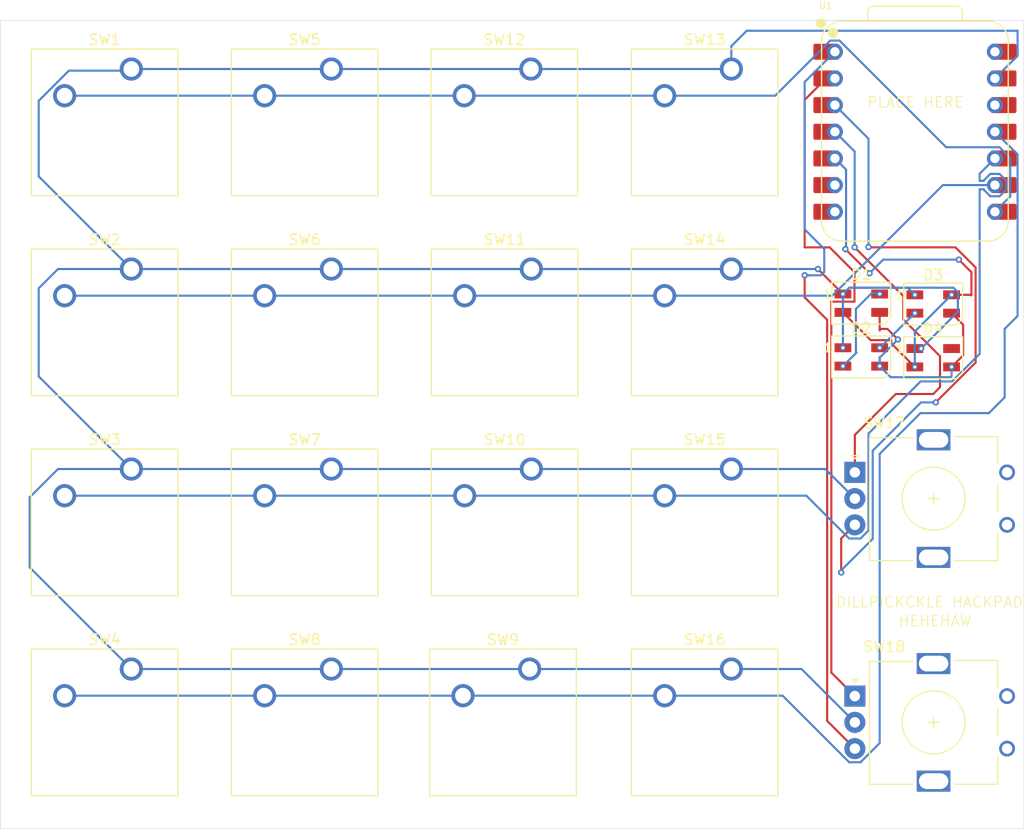
<source format=kicad_pcb>
(kicad_pcb (version 20241229) (generator "pcbnew") (generator_version "9.0")
  (layers (0 "F.Cu" signal) (2 "B.Cu" signal) (13 "F.Paste" user) (15 "B.Paste" user) (5 "F.SilkS" user "F.Silkscreen") (7 "B.SilkS" user "B.Silkscreen") (1 "F.Mask" user) (3 "B.Mask" user) (25 "Edge.Cuts" user))
  (net 0 "")
  (net 1 "Net-(D1-DOUT)")
  (net 2 "+5V")
  (net 3 "GND")
  (net 4 "Net-(D1-DIN)")
  (net 5 "Net-(D2-DOUT)")
  (net 7 "Net-(U1-GPIO1{slash}RX)")
  (net 8 "Net-(U1-GPIO2{slash}SCK)")
  (net 9 "Net-(U1-GPIO4{slash}MISO)")
  (net 10 "Net-(U1-GPIO3{slash}MOSI)")
  (net 12 "Net-(U1-GPIO26{slash}ADC0{slash}A0)")
  (net 15 "Net-(U1-GPIO28{slash}ADC2{slash}A2)")
  (net 16 "Net-(U1-GPIO29{slash}ADC3{slash}A3)")
  (net 17 "Net-(U1-GPIO27{slash}ADC1{slash}A1)")
  (footprint "Button_Switch_Keyboard:SW_Cherry_MX_1.00u_PCB" (layer "F.Cu") (at 143.03375 80.645)
    (property "Reference" "SW5" (at -2.54 -2.794 0) (layer "F.SilkS"))
    (property "Value" "SW_Push")
    (pad "" np_thru_hole circle (at -7.62 5.08) (size 1.7 1.7) (drill 1.7) (layers "*.Cu" "*.Mask"))
    (pad "" np_thru_hole circle (at -2.54 5.08) (size 4 4) (drill 4) (layers "*.Cu" "*.Mask"))
    (pad "" np_thru_hole circle (at 2.54 5.08) (size 1.7 1.7) (drill 1.7) (layers "*.Cu" "*.Mask"))
    (pad "1" thru_hole circle (at 0 0) (size 2.2 2.2) (drill 1.5) (layers "*.Cu" "*.Mask") (net 3 "GND"))
    (pad "2" thru_hole circle (at -6.35 2.54) (size 2.2 2.2) (drill 1.5) (layers "*.Cu" "*.Mask") (net 7 "Net-(U1-GPIO1{slash}RX)"))
  )
  (footprint "Button_Switch_Keyboard:SW_Cherry_MX_1.00u_PCB" (layer "F.Cu") (at 181.13375 80.645)
    (property "Reference" "SW13" (at -2.54 -2.794 0) (layer "F.SilkS"))
    (property "Value" "SW_Push")
    (pad "" np_thru_hole circle (at -7.62 5.08) (size 1.7 1.7) (drill 1.7) (layers "*.Cu" "*.Mask"))
    (pad "" np_thru_hole circle (at -2.54 5.08) (size 4 4) (drill 4) (layers "*.Cu" "*.Mask"))
    (pad "" np_thru_hole circle (at 2.54 5.08) (size 1.7 1.7) (drill 1.7) (layers "*.Cu" "*.Mask"))
    (pad "1" thru_hole circle (at 0 0) (size 2.2 2.2) (drill 1.5) (layers "*.Cu" "*.Mask") (net 3 "GND"))
    (pad "2" thru_hole circle (at -6.35 2.54) (size 2.2 2.2) (drill 1.5) (layers "*.Cu" "*.Mask") (net 7 "Net-(U1-GPIO1{slash}RX)"))
  )
  (footprint "Button_Switch_Keyboard:SW_Cherry_MX_1.00u_PCB" (layer "F.Cu") (at 181.13375 137.795)
    (property "Reference" "SW16" (at -2.54 -2.794 0) (layer "F.SilkS"))
    (property "Value" "SW_Push")
    (pad "" np_thru_hole circle (at -7.62 5.08) (size 1.7 1.7) (drill 1.7) (layers "*.Cu" "*.Mask"))
    (pad "" np_thru_hole circle (at -2.54 5.08) (size 4 4) (drill 4) (layers "*.Cu" "*.Mask"))
    (pad "" np_thru_hole circle (at 2.54 5.08) (size 1.7 1.7) (drill 1.7) (layers "*.Cu" "*.Mask"))
    (pad "1" thru_hole circle (at 0 0) (size 2.2 2.2) (drill 1.5) (layers "*.Cu" "*.Mask") (net 3 "GND"))
    (pad "2" thru_hole circle (at -6.35 2.54) (size 2.2 2.2) (drill 1.5) (layers "*.Cu" "*.Mask") (net 10 "Net-(U1-GPIO3{slash}MOSI)"))
  )
  (footprint "LED_SMD:LED_SK6812MINI_PLCC4_3.5x3.5mm_P1.75mm" (layer "F.Cu") (at 200.3625 103.025)
    (property "Reference" "D3" (at 0 -2.75 0) (layer "F.SilkS"))
    (property "Value" "SK6812")
    (fp_text user "1" (at -3.2 -0.875 0) (layer "F.SilkS") (effects (font (size 0.8 0.8))))
    (pad "1" smd rect (at -1.75 -0.875) (size 1.6 0.85) (layers "F.Cu" "F.Mask" "F.Paste") (net 3 "GND"))
    (pad "2" smd rect (at -1.75 0.875) (size 1.6 0.85) (layers "F.Cu" "F.Mask" "F.Paste") (net 5 "Net-(D2-DOUT)"))
    (pad "3" smd rect (at 1.75 0.875) (size 1.6 0.85) (layers "F.Cu" "F.Mask" "F.Paste") (net 2 "+5V"))
    (pad "4" smd rect (at 1.75 -0.875) (size 1.6 0.85) (layers "F.Cu" "F.Mask" "F.Paste") (net 4 "Net-(D1-DIN)"))
  )
  (footprint "Button_Switch_Keyboard:SW_Cherry_MX_1.00u_PCB" (layer "F.Cu") (at 181.13375 99.695)
    (property "Reference" "SW14" (at -2.54 -2.794 0) (layer "F.SilkS"))
    (property "Value" "SW_Push")
    (pad "" np_thru_hole circle (at -7.62 5.08) (size 1.7 1.7) (drill 1.7) (layers "*.Cu" "*.Mask"))
    (pad "" np_thru_hole circle (at -2.54 5.08) (size 4 4) (drill 4) (layers "*.Cu" "*.Mask"))
    (pad "" np_thru_hole circle (at 2.54 5.08) (size 1.7 1.7) (drill 1.7) (layers "*.Cu" "*.Mask"))
    (pad "1" thru_hole circle (at 0 0) (size 2.2 2.2) (drill 1.5) (layers "*.Cu" "*.Mask") (net 3 "GND"))
    (pad "2" thru_hole circle (at -6.35 2.54) (size 2.2 2.2) (drill 1.5) (layers "*.Cu" "*.Mask") (net 8 "Net-(U1-GPIO2{slash}SCK)"))
  )
  (footprint "Button_Switch_Keyboard:SW_Cherry_MX_1.00u_PCB" (layer "F.Cu") (at 143.03375 137.795)
    (property "Reference" "SW8" (at -2.54 -2.794 0) (layer "F.SilkS"))
    (property "Value" "SW_Push")
    (pad "" np_thru_hole circle (at -7.62 5.08) (size 1.7 1.7) (drill 1.7) (layers "*.Cu" "*.Mask"))
    (pad "" np_thru_hole circle (at -2.54 5.08) (size 4 4) (drill 4) (layers "*.Cu" "*.Mask"))
    (pad "" np_thru_hole circle (at 2.54 5.08) (size 1.7 1.7) (drill 1.7) (layers "*.Cu" "*.Mask"))
    (pad "1" thru_hole circle (at 0 0) (size 2.2 2.2) (drill 1.5) (layers "*.Cu" "*.Mask") (net 3 "GND"))
    (pad "2" thru_hole circle (at -6.35 2.54) (size 2.2 2.2) (drill 1.5) (layers "*.Cu" "*.Mask") (net 10 "Net-(U1-GPIO3{slash}MOSI)"))
  )
  (footprint "LED_SMD:LED_SK6812MINI_PLCC4_3.5x3.5mm_P1.75mm" (layer "F.Cu") (at 200.3625 108.145)
    (property "Reference" "D4" (at 0 -2.75 0) (layer "F.SilkS"))
    (property "Value" "SK6812")
    (fp_text user "1" (at -3.2 -0.875 0) (layer "F.SilkS") (effects (font (size 0.8 0.8))))
    (pad "1" smd rect (at -1.75 -0.875) (size 1.6 0.85) (layers "F.Cu" "F.Mask" "F.Paste") (net 3 "GND"))
    (pad "2" smd rect (at -1.75 0.875) (size 1.6 0.85) (layers "F.Cu" "F.Mask" "F.Paste") (net 4 "Net-(D1-DIN)"))
    (pad "3" smd rect (at 1.75 0.875) (size 1.6 0.85) (layers "F.Cu" "F.Mask" "F.Paste") (net 2 "+5V"))
    (pad "4" smd rect (at 1.75 -0.875) (size 1.6 0.85) (layers "F.Cu" "F.Mask" "F.Paste"))
  )
  (footprint "Button_Switch_Keyboard:SW_Cherry_MX_1.00u_PCB" (layer "F.Cu") (at 123.98375 99.695)
    (property "Reference" "SW2" (at -2.54 -2.794 0) (layer "F.SilkS"))
    (property "Value" "SW_Push")
    (pad "" np_thru_hole circle (at -7.62 5.08) (size 1.7 1.7) (drill 1.7) (layers "*.Cu" "*.Mask"))
    (pad "" np_thru_hole circle (at -2.54 5.08) (size 4 4) (drill 4) (layers "*.Cu" "*.Mask"))
    (pad "" np_thru_hole circle (at 2.54 5.08) (size 1.7 1.7) (drill 1.7) (layers "*.Cu" "*.Mask"))
    (pad "1" thru_hole circle (at 0 0) (size 2.2 2.2) (drill 1.5) (layers "*.Cu" "*.Mask") (net 3 "GND"))
    (pad "2" thru_hole circle (at -6.35 2.54) (size 2.2 2.2) (drill 1.5) (layers "*.Cu" "*.Mask") (net 8 "Net-(U1-GPIO2{slash}SCK)"))
  )
  (footprint "Rotary_Encoder:RotaryEncoder_Alps_EC11E_Vertical_H20mm" (layer "F.Cu") (at 192.9 140.375)
    (property "Reference" "SW18" (at 2.8 -4.7 0) (layer "F.SilkS"))
    (property "Value" "RotaryEncoder")
    (pad "" thru_hole circle (at 14.5 0) (size 1.5 1.5) (drill 1) (layers "*.Cu" "*.Mask"))
    (pad "" thru_hole circle (at 14.5 5) (size 1.5 1.5) (drill 1) (layers "*.Cu" "*.Mask"))
    (pad "A" thru_hole rect (at 0 0) (size 2 2) (drill 1) (layers "*.Cu" "*.Mask") (net 17 "Net-(U1-GPIO27{slash}ADC1{slash}A1)"))
    (pad "B" thru_hole circle (at 0 5) (size 2 2) (drill 1) (layers "*.Cu" "*.Mask") (net 12 "Net-(U1-GPIO26{slash}ADC0{slash}A0)"))
    (pad "C" thru_hole circle (at 0 2.5) (size 2 2) (drill 1) (layers "*.Cu" "*.Mask") (net 3 "GND"))
    (pad "MP" thru_hole rect (at 7.5 -3.1) (size 3.2 2) (drill oval 2.8 1.5) (layers "*.Cu" "*.Mask"))
    (pad "MP" thru_hole rect (at 7.5 8.1) (size 3.2 2) (drill oval 2.8 1.5) (layers "*.Cu" "*.Mask"))
  )
  (footprint "Button_Switch_Keyboard:SW_Cherry_MX_1.00u_PCB" (layer "F.Cu") (at 162.04 80.645)
    (property "Reference" "SW12" (at -2.54 -2.794 0) (layer "F.SilkS"))
    (property "Value" "SW_Push")
    (pad "" np_thru_hole circle (at -7.62 5.08) (size 1.7 1.7) (drill 1.7) (layers "*.Cu" "*.Mask"))
    (pad "" np_thru_hole circle (at -2.54 5.08) (size 4 4) (drill 4) (layers "*.Cu" "*.Mask"))
    (pad "" np_thru_hole circle (at 2.54 5.08) (size 1.7 1.7) (drill 1.7) (layers "*.Cu" "*.Mask"))
    (pad "1" thru_hole circle (at 0 0) (size 2.2 2.2) (drill 1.5) (layers "*.Cu" "*.Mask") (net 3 "GND"))
    (pad "2" thru_hole circle (at -6.35 2.54) (size 2.2 2.2) (drill 1.5) (layers "*.Cu" "*.Mask") (net 7 "Net-(U1-GPIO1{slash}RX)"))
  )
  (footprint "Rotary_Encoder:RotaryEncoder_Alps_EC11E_Vertical_H20mm" (layer "F.Cu") (at 192.9 119.0625)
    (property "Reference" "SW17" (at 2.8 -4.7 0) (layer "F.SilkS"))
    (property "Value" "RotaryEncoder")
    (pad "" thru_hole circle (at 14.5 0) (size 1.5 1.5) (drill 1) (layers "*.Cu" "*.Mask"))
    (pad "" thru_hole circle (at 14.5 5) (size 1.5 1.5) (drill 1) (layers "*.Cu" "*.Mask"))
    (pad "A" thru_hole rect (at 0 0) (size 2 2) (drill 1) (layers "*.Cu" "*.Mask") (net 16 "Net-(U1-GPIO29{slash}ADC3{slash}A3)"))
    (pad "B" thru_hole circle (at 0 5) (size 2 2) (drill 1) (layers "*.Cu" "*.Mask") (net 15 "Net-(U1-GPIO28{slash}ADC2{slash}A2)"))
    (pad "C" thru_hole circle (at 0 2.5) (size 2 2) (drill 1) (layers "*.Cu" "*.Mask") (net 3 "GND"))
    (pad "MP" thru_hole rect (at 7.5 -3.1) (size 3.2 2) (drill oval 2.8 1.5) (layers "*.Cu" "*.Mask"))
    (pad "MP" thru_hole rect (at 7.5 8.1) (size 3.2 2) (drill oval 2.8 1.5) (layers "*.Cu" "*.Mask"))
  )
  (footprint "Button_Switch_Keyboard:SW_Cherry_MX_1.00u_PCB" (layer "F.Cu") (at 162.08375 99.695)
    (property "Reference" "SW11" (at -2.54 -2.794 0) (layer "F.SilkS"))
    (property "Value" "SW_Push")
    (pad "" np_thru_hole circle (at -7.62 5.08) (size 1.7 1.7) (drill 1.7) (layers "*.Cu" "*.Mask"))
    (pad "" np_thru_hole circle (at -2.54 5.08) (size 4 4) (drill 4) (layers "*.Cu" "*.Mask"))
    (pad "" np_thru_hole circle (at 2.54 5.08) (size 1.7 1.7) (drill 1.7) (layers "*.Cu" "*.Mask"))
    (pad "1" thru_hole circle (at 0 0) (size 2.2 2.2) (drill 1.5) (layers "*.Cu" "*.Mask") (net 3 "GND"))
    (pad "2" thru_hole circle (at -6.35 2.54) (size 2.2 2.2) (drill 1.5) (layers "*.Cu" "*.Mask") (net 8 "Net-(U1-GPIO2{slash}SCK)"))
  )
  (footprint "Button_Switch_Keyboard:SW_Cherry_MX_1.00u_PCB" (layer "F.Cu") (at 123.98375 80.645)
    (property "Reference" "SW1" (at -2.54 -2.794 0) (layer "F.SilkS"))
    (property "Value" "SW_Push")
    (pad "" np_thru_hole circle (at -7.62 5.08) (size 1.7 1.7) (drill 1.7) (layers "*.Cu" "*.Mask"))
    (pad "" np_thru_hole circle (at -2.54 5.08) (size 4 4) (drill 4) (layers "*.Cu" "*.Mask"))
    (pad "" np_thru_hole circle (at 2.54 5.08) (size 1.7 1.7) (drill 1.7) (layers "*.Cu" "*.Mask"))
    (pad "1" thru_hole circle (at 0 0) (size 2.2 2.2) (drill 1.5) (layers "*.Cu" "*.Mask") (net 3 "GND"))
    (pad "2" thru_hole circle (at -6.35 2.54) (size 2.2 2.2) (drill 1.5) (layers "*.Cu" "*.Mask") (net 7 "Net-(U1-GPIO1{slash}RX)"))
  )
  (footprint "Button_Switch_Keyboard:SW_Cherry_MX_1.00u_PCB" (layer "F.Cu") (at 123.98375 137.795)
    (property "Reference" "SW4" (at -2.54 -2.794 0) (layer "F.SilkS"))
    (property "Value" "SW_Push")
    (pad "" np_thru_hole circle (at -7.62 5.08) (size 1.7 1.7) (drill 1.7) (layers "*.Cu" "*.Mask"))
    (pad "" np_thru_hole circle (at -2.54 5.08) (size 4 4) (drill 4) (layers "*.Cu" "*.Mask"))
    (pad "" np_thru_hole circle (at 2.54 5.08) (size 1.7 1.7) (drill 1.7) (layers "*.Cu" "*.Mask"))
    (pad "1" thru_hole circle (at 0 0) (size 2.2 2.2) (drill 1.5) (layers "*.Cu" "*.Mask") (net 3 "GND"))
    (pad "2" thru_hole circle (at -6.35 2.54) (size 2.2 2.2) (drill 1.5) (layers "*.Cu" "*.Mask") (net 10 "Net-(U1-GPIO3{slash}MOSI)"))
  )
  (footprint "OPL lib:XIAO-RP2040-DIP" (layer "F.Cu") (at 198.62 86.62)
    (property "Reference" "U1" (at -8.5 -12 0) (layer "F.SilkS") (effects (font (size 0.635 0.635) (thickness 0.1016))))
    (property "Value" "XIAO-RP2040-DIP")
    (pad "1" smd roundrect (at -8.455 -7.62 180) (size 2.432 1.524) (layers "F.Cu" "F.Mask") (roundrect_rratio 0.1) (net 12 "Net-(U1-GPIO26{slash}ADC0{slash}A0)"))
    (pad "1" thru_hole circle (at -7.62 -7.62 180) (size 1.524 1.524) (drill 0.889) (layers "*.Cu" "*.Mask") (net 12 "Net-(U1-GPIO26{slash}ADC0{slash}A0)"))
    (pad "2" smd roundrect (at -8.455 -5.08 180) (size 2.432 1.524) (layers "F.Cu" "F.Mask") (roundrect_rratio 0.1) (net 17 "Net-(U1-GPIO27{slash}ADC1{slash}A1)"))
    (pad "2" thru_hole circle (at -7.62 -5.08 180) (size 1.524 1.524) (drill 0.889) (layers "*.Cu" "*.Mask") (net 17 "Net-(U1-GPIO27{slash}ADC1{slash}A1)"))
    (pad "3" smd roundrect (at -8.455 -2.54 180) (size 2.432 1.524) (layers "F.Cu" "F.Mask") (roundrect_rratio 0.1) (net 15 "Net-(U1-GPIO28{slash}ADC2{slash}A2)"))
    (pad "3" thru_hole circle (at -7.62 -2.54 180) (size 1.524 1.524) (drill 0.889) (layers "*.Cu" "*.Mask") (net 15 "Net-(U1-GPIO28{slash}ADC2{slash}A2)"))
    (pad "4" smd roundrect (at -8.455 0 180) (size 2.432 1.524) (layers "F.Cu" "F.Mask") (roundrect_rratio 0.1) (net 16 "Net-(U1-GPIO29{slash}ADC3{slash}A3)"))
    (pad "4" thru_hole circle (at -7.62 0 180) (size 1.524 1.524) (drill 0.889) (layers "*.Cu" "*.Mask") (net 16 "Net-(U1-GPIO29{slash}ADC3{slash}A3)"))
    (pad "5" smd roundrect (at -8.455 2.54 180) (size 2.432 1.524) (layers "F.Cu" "F.Mask") (roundrect_rratio 0.1) (net 4 "Net-(D1-DIN)"))
    (pad "5" thru_hole circle (at -7.62 2.54 180) (size 1.524 1.524) (drill 0.889) (layers "*.Cu" "*.Mask") (net 4 "Net-(D1-DIN)"))
    (pad "6" smd roundrect (at -8.455 5.08 180) (size 2.432 1.524) (layers "F.Cu" "F.Mask") (roundrect_rratio 0.1))
    (pad "6" thru_hole circle (at -7.62 5.08 180) (size 1.524 1.524) (drill 0.889) (layers "*.Cu" "*.Mask"))
    (pad "7" smd roundrect (at -8.455 7.62 180) (size 2.432 1.524) (layers "F.Cu" "F.Mask") (roundrect_rratio 0.1))
    (pad "7" thru_hole circle (at -7.62 7.62 180) (size 1.524 1.524) (drill 0.889) (layers "*.Cu" "*.Mask"))
    (pad "8" thru_hole circle (at 7.62 7.62) (size 1.524 1.524) (drill 0.889) (layers "*.Cu" "*.Mask") (net 7 "Net-(U1-GPIO1{slash}RX)"))
    (pad "8" smd roundrect (at 8.455 7.62) (size 2.432 1.524) (layers "F.Cu" "F.Mask") (roundrect_rratio 0.1) (net 7 "Net-(U1-GPIO1{slash}RX)"))
    (pad "9" thru_hole circle (at 7.62 5.08) (size 1.524 1.524) (drill 0.889) (layers "*.Cu" "*.Mask") (net 8 "Net-(U1-GPIO2{slash}SCK)"))
    (pad "9" smd roundrect (at 8.455 5.08) (size 2.432 1.524) (layers "F.Cu" "F.Mask") (roundrect_rratio 0.1) (net 8 "Net-(U1-GPIO2{slash}SCK)"))
    (pad "10" thru_hole circle (at 7.62 2.54) (size 1.524 1.524) (drill 0.889) (layers "*.Cu" "*.Mask") (net 9 "Net-(U1-GPIO4{slash}MISO)"))
    (pad "10" smd roundrect (at 8.455 2.54) (size 2.432 1.524) (layers "F.Cu" "F.Mask") (roundrect_rratio 0.1) (net 9 "Net-(U1-GPIO4{slash}MISO)"))
    (pad "11" thru_hole circle (at 7.62 0) (size 1.524 1.524) (drill 0.889) (layers "*.Cu" "*.Mask") (net 10 "Net-(U1-GPIO3{slash}MOSI)"))
    (pad "11" smd roundrect (at 8.455 0) (size 2.432 1.524) (layers "F.Cu" "F.Mask") (roundrect_rratio 0.1) (net 10 "Net-(U1-GPIO3{slash}MOSI)"))
    (pad "12" thru_hole circle (at 7.62 -2.54) (size 1.524 1.524) (drill 0.889) (layers "*.Cu" "*.Mask"))
    (pad "12" smd roundrect (at 8.455 -2.54) (size 2.432 1.524) (layers "F.Cu" "F.Mask") (roundrect_rratio 0.1))
    (pad "13" thru_hole circle (at 7.62 -5.08) (size 1.524 1.524) (drill 0.889) (layers "*.Cu" "*.Mask") (net 3 "GND"))
    (pad "13" smd roundrect (at 8.455 -5.08) (size 2.432 1.524) (layers "F.Cu" "F.Mask") (roundrect_rratio 0.1) (net 3 "GND"))
    (pad "14" thru_hole circle (at 7.62 -7.62) (size 1.524 1.524) (drill 0.889) (layers "*.Cu" "*.Mask"))
    (pad "14" smd roundrect (at 8.455 -7.62) (size 2.432 1.524) (layers "F.Cu" "F.Mask") (roundrect_rratio 0.1))
  )
  (footprint "LED_SMD:LED_SK6812MINI_PLCC4_3.5x3.5mm_P1.75mm" (layer "F.Cu") (at 193.5125 108.07)
    (property "Reference" "D2" (at 0 -2.75 0) (layer "F.SilkS"))
    (property "Value" "SK6812")
    (fp_text user "1" (at -3.2 -0.875 0) (layer "F.SilkS") (effects (font (size 0.8 0.8))))
    (pad "1" smd rect (at -1.75 -0.875) (size 1.6 0.85) (layers "F.Cu" "F.Mask" "F.Paste") (net 3 "GND"))
    (pad "2" smd rect (at -1.75 0.875) (size 1.6 0.85) (layers "F.Cu" "F.Mask" "F.Paste") (net 1 "Net-(D1-DOUT)"))
    (pad "3" smd rect (at 1.75 0.875) (size 1.6 0.85) (layers "F.Cu" "F.Mask" "F.Paste") (net 2 "+5V"))
    (pad "4" smd rect (at 1.75 -0.875) (size 1.6 0.85) (layers "F.Cu" "F.Mask" "F.Paste") (net 5 "Net-(D2-DOUT)"))
  )
  (footprint "Button_Switch_Keyboard:SW_Cherry_MX_1.00u_PCB" (layer "F.Cu") (at 143.03375 118.745)
    (property "Reference" "SW7" (at -2.54 -2.794 0) (layer "F.SilkS"))
    (property "Value" "SW_Push")
    (pad "" np_thru_hole circle (at -7.62 5.08) (size 1.7 1.7) (drill 1.7) (layers "*.Cu" "*.Mask"))
    (pad "" np_thru_hole circle (at -2.54 5.08) (size 4 4) (drill 4) (layers "*.Cu" "*.Mask"))
    (pad "" np_thru_hole circle (at 2.54 5.08) (size 1.7 1.7) (drill 1.7) (layers "*.Cu" "*.Mask"))
    (pad "1" thru_hole circle (at 0 0) (size 2.2 2.2) (drill 1.5) (layers "*.Cu" "*.Mask") (net 3 "GND"))
    (pad "2" thru_hole circle (at -6.35 2.54) (size 2.2 2.2) (drill 1.5) (layers "*.Cu" "*.Mask") (net 9 "Net-(U1-GPIO4{slash}MISO)"))
  )
  (footprint "Button_Switch_Keyboard:SW_Cherry_MX_1.00u_PCB" (layer "F.Cu") (at 143.03375 99.695)
    (property "Reference" "SW6" (at -2.54 -2.794 0) (layer "F.SilkS"))
    (property "Value" "SW_Push")
    (pad "" np_thru_hole circle (at -7.62 5.08) (size 1.7 1.7) (drill 1.7) (layers "*.Cu" "*.Mask"))
    (pad "" np_thru_hole circle (at -2.54 5.08) (size 4 4) (drill 4) (layers "*.Cu" "*.Mask"))
    (pad "" np_thru_hole circle (at 2.54 5.08) (size 1.7 1.7) (drill 1.7) (layers "*.Cu" "*.Mask"))
    (pad "1" thru_hole circle (at 0 0) (size 2.2 2.2) (drill 1.5) (layers "*.Cu" "*.Mask") (net 3 "GND"))
    (pad "2" thru_hole circle (at -6.35 2.54) (size 2.2 2.2) (drill 1.5) (layers "*.Cu" "*.Mask") (net 8 "Net-(U1-GPIO2{slash}SCK)"))
  )
  (footprint "Button_Switch_Keyboard:SW_Cherry_MX_1.00u_PCB" (layer "F.Cu") (at 181.13375 118.745)
    (property "Reference" "SW15" (at -2.54 -2.794 0) (layer "F.SilkS"))
    (property "Value" "SW_Push")
    (pad "" np_thru_hole circle (at -7.62 5.08) (size 1.7 1.7) (drill 1.7) (layers "*.Cu" "*.Mask"))
    (pad "" np_thru_hole circle (at -2.54 5.08) (size 4 4) (drill 4) (layers "*.Cu" "*.Mask"))
    (pad "" np_thru_hole circle (at 2.54 5.08) (size 1.7 1.7) (drill 1.7) (layers "*.Cu" "*.Mask"))
    (pad "1" thru_hole circle (at 0 0) (size 2.2 2.2) (drill 1.5) (layers "*.Cu" "*.Mask") (net 3 "GND"))
    (pad "2" thru_hole circle (at -6.35 2.54) (size 2.2 2.2) (drill 1.5) (layers "*.Cu" "*.Mask") (net 9 "Net-(U1-GPIO4{slash}MISO)"))
  )
  (footprint "Button_Switch_Keyboard:SW_Cherry_MX_1.00u_PCB" (layer "F.Cu") (at 162.08375 118.745)
    (property "Reference" "SW10" (at -2.54 -2.794 0) (layer "F.SilkS"))
    (property "Value" "SW_Push")
    (pad "" np_thru_hole circle (at -7.62 5.08) (size 1.7 1.7) (drill 1.7) (layers "*.Cu" "*.Mask"))
    (pad "" np_thru_hole circle (at -2.54 5.08) (size 4 4) (drill 4) (layers "*.Cu" "*.Mask"))
    (pad "" np_thru_hole circle (at 2.54 5.08) (size 1.7 1.7) (drill 1.7) (layers "*.Cu" "*.Mask"))
    (pad "1" thru_hole circle (at 0 0) (size 2.2 2.2) (drill 1.5) (layers "*.Cu" "*.Mask") (net 3 "GND"))
    (pad "2" thru_hole circle (at -6.35 2.54) (size 2.2 2.2) (drill 1.5) (layers "*.Cu" "*.Mask") (net 9 "Net-(U1-GPIO4{slash}MISO)"))
  )
  (footprint "Button_Switch_Keyboard:SW_Cherry_MX_1.00u_PCB" (layer "F.Cu") (at 123.98375 118.745)
    (property "Reference" "SW3" (at -2.54 -2.794 0) (layer "F.SilkS"))
    (property "Value" "SW_Push")
    (pad "" np_thru_hole circle (at -7.62 5.08) (size 1.7 1.7) (drill 1.7) (layers "*.Cu" "*.Mask"))
    (pad "" np_thru_hole circle (at -2.54 5.08) (size 4 4) (drill 4) (layers "*.Cu" "*.Mask"))
    (pad "" np_thru_hole circle (at 2.54 5.08) (size 1.7 1.7) (drill 1.7) (layers "*.Cu" "*.Mask"))
    (pad "1" thru_hole circle (at 0 0) (size 2.2 2.2) (drill 1.5) (layers "*.Cu" "*.Mask") (net 3 "GND"))
    (pad "2" thru_hole circle (at -6.35 2.54) (size 2.2 2.2) (drill 1.5) (layers "*.Cu" "*.Mask") (net 9 "Net-(U1-GPIO4{slash}MISO)"))
  )
  (footprint "Button_Switch_Keyboard:SW_Cherry_MX_1.00u_PCB" (layer "F.Cu") (at 161.925 137.795)
    (property "Reference" "SW9" (at -2.54 -2.794 0) (layer "F.SilkS"))
    (property "Value" "SW_Push")
    (pad "" np_thru_hole circle (at -7.62 5.08) (size 1.7 1.7) (drill 1.7) (layers "*.Cu" "*.Mask"))
    (pad "" np_thru_hole circle (at -2.54 5.08) (size 4 4) (drill 4) (layers "*.Cu" "*.Mask"))
    (pad "" np_thru_hole circle (at 2.54 5.08) (size 1.7 1.7) (drill 1.7) (layers "*.Cu" "*.Mask"))
    (pad "1" thru_hole circle (at 0 0) (size 2.2 2.2) (drill 1.5) (layers "*.Cu" "*.Mask") (net 3 "GND"))
    (pad "2" thru_hole circle (at -6.35 2.54) (size 2.2 2.2) (drill 1.5) (layers "*.Cu" "*.Mask") (net 10 "Net-(U1-GPIO3{slash}MOSI)"))
  )
  (footprint "LED_SMD:LED_SK6812MINI_PLCC4_3.5x3.5mm_P1.75mm" (layer "F.Cu") (at 193.5125 102.95)
    (property "Reference" "D1" (at 0 -2.75 0) (layer "F.SilkS"))
    (property "Value" "SK6812")
    (fp_text user "1" (at -3.2 -0.875 0) (layer "F.SilkS") (effects (font (size 0.8 0.8))))
    (pad "1" smd rect (at -1.75 -0.875) (size 1.6 0.85) (layers "F.Cu" "F.Mask" "F.Paste") (net 3 "GND"))
    (pad "2" smd rect (at -1.75 0.875) (size 1.6 0.85) (layers "F.Cu" "F.Mask" "F.Paste") (net 4 "Net-(D1-DIN)"))
    (pad "3" smd rect (at 1.75 0.875) (size 1.6 0.85) (layers "F.Cu" "F.Mask" "F.Paste") (net 2 "+5V"))
    (pad "4" smd rect (at 1.75 -0.875) (size 1.6 0.85) (layers "F.Cu" "F.Mask" "F.Paste") (net 1 "Net-(D1-DOUT)"))
  )
  (gr_rect (start 111.5 76) (end 209 153) (stroke (width 0.05)) (fill no) (layer "Edge.Cuts"))
  (gr_text "PLACE HERE" (at 194 84.4 0) (layer "F.SilkS") (effects (font (size 1 1) (thickness 0.1)) (justify left bottom)))
  (gr_text "HEHEHAW" (at 197 133.8 0) (layer "F.SilkS") (effects (font (size 1 1) (thickness 0.1)) (justify left bottom)))
  (gr_text "DILLPICKCKLE HACKPAD" (at 200 132 0) (layer "F.SilkS") (effects (font (size 1 1) (thickness 0.1)) (justify bottom)))
  (via (at 191.7625 108.945) (size 0.6) (drill 0.3) (layers "F.Cu" "B.Cu") (net 1))
  (via (at 195.2625 102.075) (size 0.6) (drill 0.3) (layers "F.Cu" "B.Cu") (net 1))
  (segment (start 195.1875 102) (end 195.2625 102.075) (width 0.2) (layer "B.Cu") (net 1))
  (segment (start 194.5 102) (end 195.1875 102) (width 0.2) (layer "B.Cu") (net 1))
  (segment (start 193 103.5) (end 194.5 102) (width 0.2) (layer "B.Cu") (net 1))
  (segment (start 193.044998 107.644998) (end 193 107.6) (width 0.2) (layer "B.Cu") (net 1))
  (segment (start 193 107.6) (end 193 103.5) (width 0.2) (layer "B.Cu") (net 1))
  (segment (start 193.062502 107.644998) (end 193.044998 107.644998) (width 0.2) (layer "B.Cu") (net 1))
  (segment (start 191.7625 108.945) (end 193.062502 107.644998) (width 0.2) (layer "B.Cu") (net 1))
  (segment (start 195.2625 103.825) (end 195.975 103.825) (width 0.2) (layer "F.Cu") (net 2))
  (segment (start 202.1125 103.9) (end 203.2135 105.001) (width 0.2) (layer "F.Cu") (net 2))
  (segment (start 195.2625 105.5375) (end 195.4 105.4) (width 0.2) (layer "F.Cu") (net 2))
  (segment (start 203.2135 105.001) (end 203.2135 107.919) (width 0.2) (layer "F.Cu") (net 2))
  (segment (start 195.4 105.4) (end 196 105.4) (width 0.2) (layer "F.Cu") (net 2))
  (segment (start 195.2625 103.825) (end 195.2625 105.5375) (width 0.2) (layer "F.Cu") (net 2))
  (segment (start 195.2625 108.945) (end 195.445 108.945) (width 0.2) (layer "F.Cu") (net 2))
  (segment (start 196 105.4) (end 197 106.4) (width 0.2) (layer "F.Cu") (net 2))
  (segment (start 203.2135 107.919) (end 202.1125 109.02) (width 0.2) (layer "F.Cu") (net 2))
  (segment (start 195.445 108.945) (end 195.5 109) (width 0.2) (layer "F.Cu") (net 2))
  (via (at 202.1125 109.02) (size 0.6) (drill 0.3) (layers "F.Cu" "B.Cu") (net 2))
  (via (at 195.2625 108.945) (size 0.6) (drill 0.3) (layers "F.Cu" "B.Cu") (net 2))
  (via (at 197 106.4) (size 0.6) (drill 0.3) (layers "F.Cu" "B.Cu") (net 2))
  (segment (start 196.3175 110) (end 202 110) (width 0.2) (layer "B.Cu") (net 2))
  (segment (start 197 106.4) (end 195.2625 108.1375) (width 0.2) (layer "B.Cu") (net 2))
  (segment (start 195.2625 108.1375) (end 195.2625 108.945) (width 0.2) (layer "B.Cu") (net 2))
  (segment (start 195.2625 108.945) (end 196.3175 110) (width 0.2) (layer "B.Cu") (net 2))
  (segment (start 195.2625 108.08603) (end 195.2625 108.945) (width 0.2) (layer "B.Cu") (net 2))
  (segment (start 202.1125 109.8875) (end 202.1125 109.02) (width 0.2) (layer "B.Cu") (net 2))
  (segment (start 202 110) (end 202.1125 109.8875) (width 0.2) (layer "B.Cu") (net 2))
  (segment (start 189.3825 99.695) (end 190.1 100.4125) (width 0.2) (layer "F.Cu") (net 3))
  (segment (start 190.1 100.4125) (end 191.7625 102.075) (width 0.2) (layer "F.Cu") (net 3))
  (via (at 191.7625 102.075) (size 0.6) (drill 0.3) (layers "F.Cu" "B.Cu") (net 3))
  (via (at 198.6125 102.15) (size 0.6) (drill 0.3) (layers "F.Cu" "B.Cu") (net 3))
  (via (at 199.2125 107.27) (size 0.6) (drill 0.3) (layers "F.Cu" "B.Cu") (net 3))
  (via (at 189.3835 99.695) (size 0.6) (drill 0.3) (layers "F.Cu" "B.Cu") (net 3))
  (via (at 191.7625 107.195) (size 0.6) (drill 0.3) (layers "F.Cu" "B.Cu") (net 3))
  (segment (start 191.7625 102.075) (end 192.3635 101.474) (width 0.2) (layer "B.Cu") (net 3))
  (segment (start 123.98375 99.695) (end 181.13375 99.695) (width 0.2) (layer "B.Cu") (net 3))
  (segment (start 123.98375 80.645) (end 123.98375 80.78375) (width 0.2) (layer "B.Cu") (net 3))
  (segment (start 143.03375 80.645) (end 123.98375 80.645) (width 0.2) (layer "B.Cu") (net 3))
  (segment (start 123.98375 80.78375) (end 124 80.8) (width 0.2) (layer "B.Cu") (net 3))
  (segment (start 202.286443 101.474) (end 202.7135 101.901057) (width 0.2) (layer "B.Cu") (net 3))
  (segment (start 182.6 77) (end 181.13375 78.46625) (width 0.2) (layer "B.Cu") (net 3))
  (segment (start 115.16275 101.531) (end 115.16275 109.924) (width 0.2) (layer "B.Cu") (net 3))
  (segment (start 162.08375 99.695) (end 181.13375 99.695) (width 0.2) (layer "B.Cu") (net 3))
  (segment (start 123.98375 118.745) (end 181.13375 118.745) (width 0.2) (layer "B.Cu") (net 3))
  (segment (start 181.13375 137.795) (end 187.82 137.795) (width 0.2) (layer "B.Cu") (net 3))
  (segment (start 123.98375 99.695) (end 143.03375 99.695) (width 0.2) (layer "B.Cu") (net 3))
  (segment (start 123.98375 99.695) (end 116.99875 99.695) (width 0.2) (layer "B.Cu") (net 3))
  (segment (start 115.16275 90.874) (end 123.98375 99.695) (width 0.2) (layer "B.Cu") (net 3))
  (segment (start 118.037436 80.8) (end 115.16275 83.674686) (width 0.2) (layer "B.Cu") (net 3))
  (segment (start 192.3635 101.474) (end 197.9365 101.474) (width 0.2) (layer "B.Cu") (net 3))
  (segment (start 123.98375 137.795) (end 181.13375 137.795) (width 0.2) (layer "B.Cu") (net 3))
  (segment (start 208.399 79.381) (end 208.399 77) (width 0.2) (layer "B.Cu") (net 3))
  (segment (start 114.3 121.44375) (end 114.3 128.11125) (width 0.2) (layer "B.Cu") (net 3))
  (segment (start 116.99875 99.695) (end 115.16275 101.531) (width 0.2) (layer "B.Cu") (net 3))
  (segment (start 115.16275 83.674686) (end 115.16275 90.874) (width 0.2) (layer "B.Cu") (net 3))
  (segment (start 191.7625 107.195) (end 191.7625 102.075) (width 0.2) (layer "B.Cu") (net 3))
  (segment (start 187.82 137.795) (end 192.9 142.875) (width 0.2) (layer "B.Cu") (net 3))
  (segment (start 115.16275 109.924) (end 123.98375 118.745) (width 0.2) (layer "B.Cu") (net 3))
  (segment (start 190.0825 118.745) (end 192.9 121.5625) (width 0.2) (layer "B.Cu") (net 3))
  (segment (start 181.13375 80.645) (end 162.08375 80.645) (width 0.2) (layer "B.Cu") (net 3))
  (segment (start 143.03375 99.695) (end 162.08375 99.695) (width 0.2) (layer "B.Cu") (net 3))
  (segment (start 192.3635 101.474) (end 202.286443 101.474) (width 0.2) (layer "B.Cu") (net 3))
  (segment (start 114.3 128.11125) (end 123.98375 137.795) (width 0.2) (layer "B.Cu") (net 3))
  (segment (start 116.99875 118.745) (end 114.3 121.44375) (width 0.2) (layer "B.Cu") (net 3))
  (segment (start 202.7135 101.901057) (end 202.7135 103.769) (width 0.2) (layer "B.Cu") (net 3))
  (segment (start 123.98375 118.745) (end 116.99875 118.745) (width 0.2) (layer "B.Cu") (net 3))
  (segment (start 197.9365 101.474) (end 198.6125 102.15) (width 0.2) (layer "B.Cu") (net 3))
  (segment (start 202.7135 103.769) (end 199.2125 107.27) (width 0.2) (layer "B.Cu") (net 3))
  (segment (start 162.08375 80.645) (end 143.03375 80.645) (width 0.2) (layer "B.Cu") (net 3))
  (segment (start 181.13375 78.46625) (end 181.13375 80.244) (width 0.2) (layer "B.Cu") (net 3))
  (segment (start 208.399 77) (end 182.6 77) (width 0.2) (layer "B.Cu") (net 3))
  (segment (start 181.13375 99.695) (end 189.3835 99.695) (width 0.2) (layer "B.Cu") (net 3))
  (segment (start 181.13375 118.745) (end 190.0825 118.745) (width 0.2) (layer "B.Cu") (net 3))
  (segment (start 124 80.8) (end 118.037436 80.8) (width 0.2) (layer "B.Cu") (net 3))
  (segment (start 206.24 81.54) (end 208.399 79.381) (width 0.2) (layer "B.Cu") (net 3))
  (segment (start 204 100) (end 202.8 98.8) (width 0.2) (layer "F.Cu") (net 4))
  (segment (start 196.3635 106.469) (end 194.4065 106.469) (width 0.2) (layer "F.Cu") (net 4))
  (segment (start 203.95 102.15) (end 204 102.2) (width 0.2) (layer "F.Cu") (net 4))
  (segment (start 202.1125 102.15) (end 203.95 102.15) (width 0.2) (layer "F.Cu") (net 4))
  (segment (start 204 102.2) (end 204 100) (width 0.2) (layer "F.Cu") (net 4))
  (segment (start 192 97.8) (end 191.8 97.8) (width 0.2) (layer "F.Cu") (net 4))
  (segment (start 194.3 100.1) (end 192 97.8) (width 0.2) (layer "F.Cu") (net 4))
  (segment (start 191.7625 103.825) (end 194.4065 106.469) (width 0.2) (layer "F.Cu") (net 4))
  (segment (start 196.3635 106.771) (end 196.3635 106.469) (width 0.2) (layer "F.Cu") (net 4))
  (segment (start 198.6125 109.02) (end 196.3635 106.771) (width 0.2) (layer "F.Cu") (net 4))
  (via (at 192 97.8) (size 0.6) (drill 0.3) (layers "F.Cu" "B.Cu") (net 4))
  (via (at 198.6125 109.02) (size 0.6) (drill 0.3) (layers "F.Cu" "B.Cu") (net 4))
  (via (at 194.3 100.1) (size 0.6) (drill 0.3) (layers "F.Cu" "B.Cu") (net 4))
  (via (at 202.8 98.8) (size 0.6) (drill 0.3) (layers "F.Cu" "B.Cu") (net 4))
  (via (at 202.1125 102.15) (size 0.6) (drill 0.3) (layers "F.Cu" "B.Cu") (net 4))
  (segment (start 202.1125 102.15) (end 198.6125 105.65) (width 0.2) (layer "B.Cu") (net 4))
  (segment (start 192 97.8) (end 192.063 97.737) (width 0.2) (layer "B.Cu") (net 4))
  (segment (start 198.6125 109.02) (end 198.6125 105.65) (width 0.2) (layer "B.Cu") (net 4))
  (segment (start 195.6 98.8) (end 194.2 100.2) (width 0.2) (layer "B.Cu") (net 4))
  (segment (start 192.063 90.223) (end 191 89.16) (width 0.2) (layer "B.Cu") (net 4))
  (segment (start 202.8 98.8) (end 195.6 98.8) (width 0.2) (layer "B.Cu") (net 4))
  (segment (start 192.063 97.737) (end 192.063 90.223) (width 0.2) (layer "B.Cu") (net 4))
  (segment (start 195.2625 107.195) (end 195.93897 107.195) (width 0.2) (layer "F.Cu") (net 5))
  (segment (start 198.6 103.9) (end 198.5 104) (width 0.2) (layer "F.Cu") (net 5))
  (segment (start 198.6125 103.9) (end 198.6 103.9) (width 0.2) (layer "F.Cu") (net 5))
  (via (at 195.2625 107.195) (size 0.6) (drill 0.3) (layers "F.Cu" "B.Cu") (net 5))
  (via (at 198.6125 103.9) (size 0.6) (drill 0.3) (layers "F.Cu" "B.Cu") (net 5))
  (segment (start 198.5125 104) (end 198.6125 103.9) (width 0.2) (layer "B.Cu") (net 5))
  (segment (start 195.305 107.195) (end 198.5 104) (width 0.2) (layer "B.Cu") (net 5))
  (segment (start 195.2625 107.195) (end 195.305 107.195) (width 0.2) (layer "B.Cu") (net 5))
  (segment (start 198.5 104) (end 198.5125 104) (width 0.2) (layer "B.Cu") (net 5))
  (segment (start 206.68031 88.097) (end 207.704 89.12069) (width 0.2) (layer "B.Cu") (net 7))
  (segment (start 174.78375 83.185) (end 185.31169 83.185) (width 0.2) (layer "B.Cu") (net 7))
  (segment (start 207.704 89.12069) (end 207.704 92.776) (width 0.2) (layer "B.Cu") (net 7))
  (segment (start 207.704 92.776) (end 206.24 94.24) (width 0.2) (layer "B.Cu") (net 7))
  (segment (start 191.44031 77.937) (end 201.60031 88.097) (width 0.2) (layer "B.Cu") (net 7))
  (segment (start 201.60031 88.097) (end 206.68031 88.097) (width 0.2) (layer "B.Cu") (net 7))
  (segment (start 190.55969 77.937) (end 191.44031 77.937) (width 0.2) (layer "B.Cu") (net 7))
  (segment (start 185.31169 83.185) (end 190.55969 77.937) (width 0.2) (layer "B.Cu") (net 7))
  (segment (start 174.78375 83.185) (end 117.63375 83.185) (width 0.2) (layer "B.Cu") (net 7))
  (segment (start 174.78375 102.235) (end 190.752557 102.235) (width 0.2) (layer "B.Cu") (net 8))
  (segment (start 190.752557 102.235) (end 201.287557 91.7) (width 0.2) (layer "B.Cu") (net 8))
  (segment (start 117.63375 102.235) (end 136.68375 102.235) (width 0.2) (layer "B.Cu") (net 8))
  (segment (start 201.287557 91.7) (end 206.24 91.7) (width 0.2) (layer "B.Cu") (net 8))
  (segment (start 136.68375 102.235) (end 176.05375 102.235) (width 0.2) (layer "B.Cu") (net 8))
  (segment (start 204.7875 92.101) (end 205.177 92.101) (width 0.2) (layer "B.Cu") (net 9))
  (segment (start 204.7875 107.7796) (end 204.7875 92.101) (width 0.2) (layer "B.Cu") (net 9))
  (segment (start 204.7875 90.6125) (end 206.24 89.16) (width 0.2) (layer "B.Cu") (net 9))
  (segment (start 204.7875 91.299) (end 204.7875 90.6125) (width 0.2) (layer "B.Cu") (net 9))
  (segment (start 207.303 91.25969) (end 206.68031 90.637) (width 0.2) (layer "B.Cu") (net 9))
  (segment (start 206.68031 92.763) (end 207.303 92.14031) (width 0.2) (layer "B.Cu") (net 9))
  (segment (start 194.201 124.601392) (end 194.201 115.3615) (width 0.2) (layer "B.Cu") (net 9))
  (segment (start 188.282608 121.285) (end 192.361108 125.3635) (width 0.2) (layer "B.Cu") (net 9))
  (segment (start 206.68031 90.637) (end 205.79969 90.637) (width 0.2) (layer "B.Cu") (net 9))
  (segment (start 192.361108 125.3635) (end 193.438892 125.3635) (width 0.2) (layer "B.Cu") (net 9))
  (segment (start 205.79969 92.763) (end 206.68031 92.763) (width 0.2) (layer "B.Cu") (net 9))
  (segment (start 117.63375 121.285) (end 116.84 121.285) (width 0.2) (layer "B.Cu") (net 9))
  (segment (start 174.78375 121.285) (end 188.282608 121.285) (width 0.2) (layer "B.Cu") (net 9))
  (segment (start 116.84 121.285) (end 174.78375 121.285) (width 0.2) (layer "B.Cu") (net 9))
  (segment (start 205.177 91.25969) (end 205.177 91.299) (width 0.2) (layer "B.Cu") (net 9))
  (segment (start 202.1661 110.401) (end 204.7875 107.7796) (width 0.2) (layer "B.Cu") (net 9))
  (segment (start 199.1615 110.401) (end 202.1661 110.401) (width 0.2) (layer "B.Cu") (net 9))
  (segment (start 205.177 92.14031) (end 205.79969 92.763) (width 0.2) (layer "B.Cu") (net 9))
  (segment (start 205.177 91.299) (end 204.7875 91.299) (width 0.2) (layer "B.Cu") (net 9))
  (segment (start 205.177 92.101) (end 205.177 92.14031) (width 0.2) (layer "B.Cu") (net 9))
  (segment (start 205.79969 90.637) (end 205.177 91.25969) (width 0.2) (layer "B.Cu") (net 9))
  (segment (start 193.438892 125.3635) (end 194.201 124.601392) (width 0.2) (layer "B.Cu") (net 9))
  (segment (start 194.201 115.3615) (end 199.1615 110.401) (width 0.2) (layer "B.Cu") (net 9))
  (segment (start 116.84 121.285) (end 116.68125 121.44375) (width 0.2) (layer "B.Cu") (net 9))
  (segment (start 207.303 92.14031) (end 207.303 91.25969) (width 0.2) (layer "B.Cu") (net 9))
  (segment (start 195.2625 144.852392) (end 193.438892 146.676) (width 0.2) (layer "B.Cu") (net 10))
  (segment (start 207.16875 105.39835) (end 207.16875 111.91875) (width 0.2) (layer "B.Cu") (net 10))
  (segment (start 193.438892 146.676) (end 192.361108 146.676) (width 0.2) (layer "B.Cu") (net 10))
  (segment (start 192.361108 146.676) (end 186.020108 140.335) (width 0.2) (layer "B.Cu") (net 10))
  (segment (start 207.303 105.2641) (end 208.399 104.1681) (width 0.2) (layer "B.Cu") (net 10))
  (segment (start 199.14605 113.42105) (end 195.2625 117.3046) (width 0.2) (layer "B.Cu") (net 10))
  (segment (start 207.16875 111.91875) (end 205.66645 113.42105) (width 0.2) (layer "B.Cu") (net 10))
  (segment (start 205.66645 113.42105) (end 199.14605 113.42105) (width 0.2) (layer "B.Cu") (net 10))
  (segment (start 208.399 88.779) (end 206.24 86.62) (width 0.2) (layer "B.Cu") (net 10))
  (segment (start 207.303 105.2641) (end 207.16875 105.39835) (width 0.2) (layer "B.Cu") (net 10))
  (segment (start 186.020108 140.335) (end 117.63375 140.335) (width 0.2) (layer "B.Cu") (net 10))
  (segment (start 195.2625 117.3046) (end 195.2625 144.852392) (width 0.2) (layer "B.Cu") (net 10))
  (segment (start 208.399 104.1681) (end 208.399 88.779) (width 0.2) (layer "B.Cu") (net 10))
  (segment (start 190.2605 104.5355) (end 188.11875 102.39375) (width 0.2) (layer "F.Cu") (net 12))
  (segment (start 188.11875 102.39375) (end 188.11875 100.295) (width 0.2) (layer "F.Cu") (net 12))
  (segment (start 190.2605 142.7355) (end 190.2605 104.5355) (width 0.2) (layer "F.Cu") (net 12))
  (segment (start 192.9 145.375) (end 190.2605 142.7355) (width 0.2) (layer "F.Cu") (net 12))
  (via (at 188.11875 100.295) (size 0.6) (drill 0.3) (layers "F.Cu" "B.Cu") (net 12))
  (segment (start 188.6 100.295) (end 188.11875 100.295) (width 0.2) (layer "B.Cu") (net 12))
  (segment (start 191 79) (end 191.2 79.2) (width 0.2) (layer "B.Cu") (net 12))
  (segment (start 188.6 100.295) (end 189.6525 100.295) (width 0.2) (layer "B.Cu") (net 12))
  (segment (start 189.9845 99.963) (end 189.9845 97.7845) (width 0.2) (layer "B.Cu") (net 12))
  (segment (start 189.9845 97.7845) (end 188.11875 95.91875) (width 0.2) (layer "B.Cu") (net 12))
  (segment (start 188.11875 95.91875) (end 188.11875 81.88125) (width 0.2) (layer "B.Cu") (net 12))
  (segment (start 188.22375 100.295) (end 188.11875 100.4) (width 0.2) (layer "B.Cu") (net 12))
  (segment (start 188.11875 81.88125) (end 191 79) (width 0.2) (layer "B.Cu") (net 12))
  (segment (start 189.6525 100.295) (end 189.9845 99.963) (width 0.2) (layer "B.Cu") (net 12))
  (segment (start 188.6 100.295) (end 188.22375 100.295) (width 0.2) (layer "B.Cu") (net 12))
  (segment (start 202.481193 97.63125) (end 204.401 99.551057) (width 0.2) (layer "F.Cu") (net 15))
  (segment (start 194.23125 97.63125) (end 194.2 97.6) (width 0.2) (layer "F.Cu") (net 15))
  (segment (start 204.401 108.599) (end 200.6 112.4) (width 0.2) (layer "F.Cu") (net 15))
  (segment (start 191.6 125.3625) (end 192.9 124.0625) (width 0.2) (layer "F.Cu") (net 15))
  (segment (start 191.6 128.6) (end 191.6 125.3625) (width 0.2) (layer "F.Cu") (net 15))
  (segment (start 199.42075 97.63125) (end 194.23125 97.63125) (width 0.2) (layer "F.Cu") (net 15))
  (segment (start 199.42075 97.63125) (end 202.481193 97.63125) (width 0.2) (layer "F.Cu") (net 15))
  (segment (start 200.6 112.4) (end 200.8 112.4) (width 0.2) (layer "F.Cu") (net 15))
  (segment (start 204.401 99.551057) (end 204.401 108.599) (width 0.2) (layer "F.Cu") (net 15))
  (via (at 191.6 128.6) (size 0.6) (drill 0.3) (layers "F.Cu" "B.Cu") (net 15))
  (via (at 200.6 112.4) (size 0.6) (drill 0.3) (layers "F.Cu" "B.Cu") (net 15))
  (via (at 194.2 97.6) (size 0.6) (drill 0.3) (layers "F.Cu" "B.Cu") (net 15))
  (segment (start 199.2 112.4) (end 194.602 116.998) (width 0.2) (layer "B.Cu") (net 15))
  (segment (start 191.4 128.6) (end 191.6 128.6) (width 0.2) (layer "B.Cu") (net 15))
  (segment (start 194.2 87.28) (end 194.2 97.6) (width 0.2) (layer "B.Cu") (net 15))
  (segment (start 191 84.08) (end 194.2 87.28) (width 0.2) (layer "B.Cu") (net 15))
  (segment (start 194.602 125.398) (end 191.4 128.6) (width 0.2) (layer "B.Cu") (net 15))
  (segment (start 200.6 112.4) (end 199.2 112.4) (width 0.2) (layer "B.Cu") (net 15))
  (segment (start 194.602 116.998) (end 194.602 125.398) (width 0.2) (layer "B.Cu") (net 15))
  (segment (start 197.5115 104.496) (end 197.5115 102.2615) (width 0.2) (layer "F.Cu") (net 16))
  (segment (start 196.8 111.6) (end 200.3625 111.6) (width 0.2) (layer "F.Cu") (net 16))
  (segment (start 192.9 115.5) (end 196.8 111.6) (width 0.2) (layer "F.Cu") (net 16))
  (segment (start 200.3625 111.6) (end 201.0115 110.951) (width 0.2) (layer "F.Cu") (net 16))
  (segment (start 201.0115 110.951) (end 201.0115 107.996) (width 0.2) (layer "F.Cu") (net 16))
  (segment (start 197.5115 102.2615) (end 192.88125 97.63125) (width 0.2) (layer "F.Cu") (net 16))
  (segment (start 201.0115 107.996) (end 197.5115 104.496) (width 0.2) (layer "F.Cu") (net 16))
  (segment (start 192.9 119.0625) (end 192.9 115.5) (width 0.2) (layer "F.Cu") (net 16))
  (via (at 192.88125 97.63125) (size 0.6) (drill 0.3) (layers "F.Cu" "B.Cu") (net 16))
  (segment (start 192.88125 97.63125) (end 192.88125 88.50125) (width 0.2) (layer "B.Cu") (net 16))
  (segment (start 192.88125 88.50125) (end 191 86.62) (width 0.2) (layer "B.Cu") (net 16))
  (segment (start 188.11875 97.63125) (end 188.11875 83.58625) (width 0.2) (layer "F.Cu") (net 17))
  (segment (start 192.9 140.375) (end 190.6615 138.1365) (width 0.2) (layer "F.Cu") (net 17))
  (segment (start 192.8635 102.801) (end 192.8635 99.99475) (width 0.2) (layer "F.Cu") (net 17))
  (segment (start 190.6615 102.801) (end 192.8635 102.801) (width 0.2) (layer "F.Cu") (net 17))
  (segment (start 192.8635 99.99475) (end 190.5 97.63125) (width 0.2) (layer "F.Cu") (net 17))
  (segment (start 190.6615 138.1365) (end 190.6615 102.801) (width 0.2) (layer "F.Cu") (net 17))
  (segment (start 190.5 97.63125) (end 188.11875 97.63125) (width 0.2) (layer "F.Cu") (net 17))
  (segment (start 190.165 81.54) (end 191 81.54) (width 0.2) (layer "F.Cu") (net 17))
  (segment (start 188.11875 83.58625) (end 190.165 81.54) (width 0.2) (layer "F.Cu") (net 17))
)
</source>
